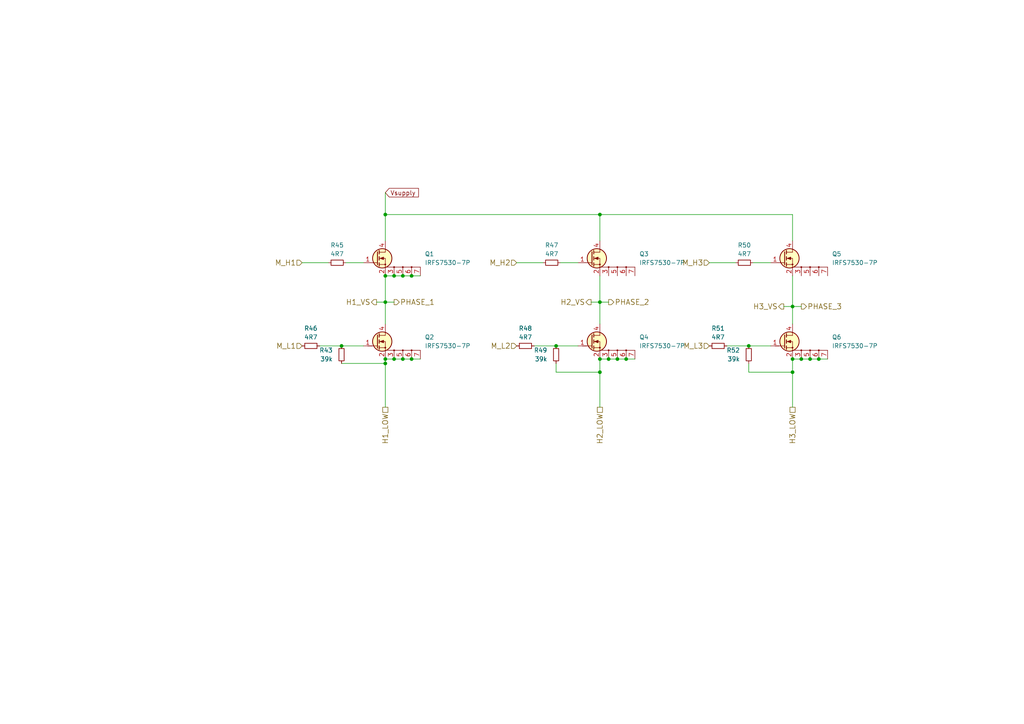
<source format=kicad_sch>
(kicad_sch (version 20231120) (generator "eeschema") (generator_version "8.0")
  (paper "A4")
  (lib_symbols
    (symbol "Device:R_Small" (pin_numbers hide) (pin_names (offset 0.254) hide)
      (property "Reference" "R" (at 0.762 0.508 0))
      (property "Value" "R_Small" (at 0.762 -1.016 0))
      (symbol "R_Small_0_1"
        (rectangle (start -0.762 1.778) (end 0.762 -1.778) (stroke (width 0.2032)))
      )
      (symbol "R_Small_1_1"
        (pin passive line (at 0 2.54 270) (length 0.762) (name "~") (number "1"))
        (pin passive line (at 0 -2.54 90) (length 0.762) (name "~") (number "2"))
      )
    )
    (symbol "PCM_Transistor_MOSFET_AKL:IRFS7530-7P" (pin_names hide)
      (property "Reference" "Q" (at 5.08 1.27 0))
      (property "Value" "IRFS7530-7P" (at 5.08 -1.27 0))
      (symbol "IRFS7530-7P_0_1"
        (polyline (pts (xy 0.254 -1.27) (xy -2.54 -1.27)))
        (polyline (pts (xy 0.254 1.905) (xy 0.254 -1.905)) (stroke (width 0.254)))
        (polyline (pts (xy 0.762 -1.778) (xy 2.54 -1.778)))
        (polyline (pts (xy 0.762 -1.27) (xy 0.762 -2.286)) (stroke (width 0.254)))
        (polyline (pts (xy 0.762 0.508) (xy 0.762 -0.508)) (stroke (width 0.254)))
        (polyline (pts (xy 0.762 2.286) (xy 0.762 1.27)) (stroke (width 0.254)))
        (polyline (pts (xy 2.54 1.778) (xy 0.762 1.778)))
        (polyline (pts (xy 2.54 2.54) (xy 2.54 1.778)))
        (polyline (pts (xy 7.62 -2.54) (xy 2.54 -2.54)))
        (polyline (pts (xy 12.7 -2.54) (xy 7.62 -2.54)) (stroke (width 0.1524)))
        (polyline (pts (xy 2.54 -2.54) (xy 2.54 0) (xy 0.762 0)))
        (polyline (pts (xy 1.016 0) (xy 2.032 0.381) (xy 2.032 -0.381) (xy 1.016 0)) (fill (type outline)))
        (circle (center 1.651 0) (radius 2.794) (stroke (width 0.254)) (fill (type background)))
        (circle (center 2.54 -1.778) (radius 0.1778) (fill (type outline)))
      )
      (symbol "IRFS7530-7P_1_1"
        (circle (center 5.08 -2.54) (radius 0.1778) (fill (type outline)))
        (circle (center 7.62 -2.54) (radius 0.1778) (fill (type outline)))
        (circle (center 10.16 -2.54) (radius 0.1778) (fill (type outline)))
        (pin input line (at -3.81 -1.27 0) (length 2.54) (name "G") (number "1"))
        (pin passive line (at 2.54 -5.08 90) (length 2.54) (name "S") (number "2"))
        (pin passive line (at 5.08 -5.08 90) (length 2.54) (name "S") (number "3"))
        (pin passive line (at 2.54 5.08 270) (length 2.54) (name "D") (number "4"))
        (pin passive line (at 7.62 -5.08 90) (length 2.54) (name "S") (number "5"))
        (pin passive line (at 10.16 -5.08 90) (length 2.54) (name "S") (number "6"))
        (pin passive line (at 12.7 -5.08 90) (length 2.54) (name "S") (number "7"))
      )
    )
  )
  (junction (at 114.3 104.14))
  (junction (at 119.38 104.14))
  (junction (at 232.41 104.14))
  (junction (at 173.99 87.63))
  (junction (at 217.17 100.33))
  (junction (at 237.49 104.14))
  (junction (at 229.87 107.95))
  (junction (at 99.06 100.33))
  (junction (at 111.76 105.41))
  (junction (at 179.07 104.14))
  (junction (at 111.76 104.14))
  (junction (at 114.3 80.01))
  (junction (at 234.95 104.14))
  (junction (at 173.99 107.95))
  (junction (at 119.38 80.01))
  (junction (at 111.76 87.63))
  (junction (at 173.99 62.23))
  (junction (at 173.99 104.14))
  (junction (at 181.61 104.14))
  (junction (at 161.29 100.33))
  (junction (at 229.87 104.14))
  (junction (at 229.87 88.9))
  (junction (at 111.76 62.23))
  (junction (at 176.53 104.14))
  (junction (at 111.76 80.01))
  (junction (at 116.84 80.01))
  (junction (at 116.84 104.14))
  (wire (pts (xy 161.29 107.95) (xy 173.99 107.95)))
  (wire (pts (xy 119.38 80.01) (xy 121.92 80.01)))
  (wire (pts (xy 173.99 104.14) (xy 176.53 104.14)))
  (wire (pts (xy 176.53 104.14) (xy 179.07 104.14)))
  (wire (pts (xy 157.48 76.2) (xy 149.86 76.2)))
  (wire (pts (xy 161.29 105.41) (xy 161.29 107.95)))
  (wire (pts (xy 229.87 88.9) (xy 229.87 93.98)))
  (wire (pts (xy 92.71 100.33) (xy 99.06 100.33)))
  (wire (pts (xy 173.99 104.14) (xy 173.99 107.95)))
  (wire (pts (xy 111.76 55.88) (xy 111.76 62.23)))
  (wire (pts (xy 114.3 104.14) (xy 116.84 104.14)))
  (wire (pts (xy 229.87 69.85) (xy 229.87 62.23)))
  (wire (pts (xy 173.99 80.01) (xy 173.99 87.63)))
  (wire (pts (xy 116.84 104.14) (xy 119.38 104.14)))
  (wire (pts (xy 179.07 104.14) (xy 181.61 104.14)))
  (wire (pts (xy 217.17 105.41) (xy 217.17 107.95)))
  (wire (pts (xy 114.3 80.01) (xy 116.84 80.01)))
  (wire (pts (xy 111.76 62.23) (xy 111.76 69.85)))
  (wire (pts (xy 229.87 62.23) (xy 173.99 62.23)))
  (wire (pts (xy 237.49 104.14) (xy 240.03 104.14)))
  (wire (pts (xy 229.87 80.01) (xy 229.87 88.9)))
  (wire (pts (xy 119.38 104.14) (xy 121.92 104.14)))
  (wire (pts (xy 181.61 104.14) (xy 184.15 104.14)))
  (wire (pts (xy 161.29 100.33) (xy 167.64 100.33)))
  (wire (pts (xy 111.76 105.41) (xy 111.76 118.11)))
  (wire (pts (xy 232.41 88.9) (xy 229.87 88.9)))
  (wire (pts (xy 99.06 100.33) (xy 105.41 100.33)))
  (wire (pts (xy 100.33 76.2) (xy 105.41 76.2)))
  (wire (pts (xy 227.33 88.9) (xy 229.87 88.9)))
  (wire (pts (xy 95.25 76.2) (xy 87.63 76.2)))
  (wire (pts (xy 111.76 104.14) (xy 111.76 105.41)))
  (wire (pts (xy 116.84 80.01) (xy 119.38 80.01)))
  (wire (pts (xy 234.95 104.14) (xy 237.49 104.14)))
  (wire (pts (xy 99.06 105.41) (xy 111.76 105.41)))
  (wire (pts (xy 218.44 76.2) (xy 223.52 76.2)))
  (wire (pts (xy 111.76 80.01) (xy 111.76 87.63)))
  (wire (pts (xy 217.17 107.95) (xy 229.87 107.95)))
  (wire (pts (xy 213.36 76.2) (xy 205.74 76.2)))
  (wire (pts (xy 173.99 62.23) (xy 111.76 62.23)))
  (wire (pts (xy 229.87 107.95) (xy 229.87 118.11)))
  (wire (pts (xy 210.82 100.33) (xy 217.17 100.33)))
  (wire (pts (xy 162.56 76.2) (xy 167.64 76.2)))
  (wire (pts (xy 111.76 87.63) (xy 114.3 87.63)))
  (wire (pts (xy 217.17 100.33) (xy 223.52 100.33)))
  (wire (pts (xy 111.76 80.01) (xy 114.3 80.01)))
  (wire (pts (xy 173.99 62.23) (xy 173.99 69.85)))
  (wire (pts (xy 232.41 104.14) (xy 234.95 104.14)))
  (wire (pts (xy 229.87 104.14) (xy 229.87 107.95)))
  (wire (pts (xy 111.76 87.63) (xy 111.76 93.98)))
  (wire (pts (xy 111.76 104.14) (xy 114.3 104.14)))
  (wire (pts (xy 171.45 87.63) (xy 173.99 87.63)))
  (wire (pts (xy 173.99 87.63) (xy 173.99 93.98)))
  (wire (pts (xy 109.22 87.63) (xy 111.76 87.63)))
  (wire (pts (xy 173.99 107.95) (xy 173.99 118.11)))
  (wire (pts (xy 173.99 87.63) (xy 176.53 87.63)))
  (wire (pts (xy 154.94 100.33) (xy 161.29 100.33)))
  (wire (pts (xy 229.87 104.14) (xy 232.41 104.14)))
  (global_label "Vsupply" (shape input) (at 111.76 55.88 0) (property "Intersheetrefs" "${INTERSHEET_REFS}" (effects (hide yes))))
  (hierarchical_label "M_H3" (shape input) (at 205.74 76.2 180) (effects (font (size 1.524 1.524))))
  (hierarchical_label "H1_LOW" (shape passive) (at 111.76 118.11 270) (effects (font (size 1.524 1.524))))
  (hierarchical_label "H1_VS" (shape output) (at 109.22 87.63 180) (effects (font (size 1.524 1.524))))
  (hierarchical_label "H2_LOW" (shape passive) (at 173.99 118.11 270) (effects (font (size 1.524 1.524))))
  (hierarchical_label "M_L3" (shape input) (at 205.74 100.33 180) (effects (font (size 1.524 1.524))))
  (hierarchical_label "H2_VS" (shape output) (at 171.45 87.63 180) (effects (font (size 1.524 1.524))))
  (hierarchical_label "M_L2" (shape input) (at 149.86 100.33 180) (effects (font (size 1.524 1.524))))
  (hierarchical_label "PHASE_2" (shape output) (at 176.53 87.63 0) (effects (font (size 1.524 1.524))))
  (hierarchical_label "M_H1" (shape input) (at 87.63 76.2 180) (effects (font (size 1.524 1.524))))
  (hierarchical_label "H3_LOW" (shape passive) (at 229.87 118.11 270) (effects (font (size 1.524 1.524))))
  (hierarchical_label "M_L1" (shape input) (at 87.63 100.33 180) (effects (font (size 1.524 1.524))))
  (hierarchical_label "M_H2" (shape input) (at 149.86 76.2 180) (effects (font (size 1.524 1.524))))
  (hierarchical_label "H3_VS" (shape output) (at 227.33 88.9 180) (effects (font (size 1.524 1.524))))
  (hierarchical_label "PHASE_1" (shape output) (at 114.3 87.63 0) (effects (font (size 1.524 1.524))))
  (hierarchical_label "PHASE_3" (shape output) (at 232.41 88.9 0) (effects (font (size 1.524 1.524))))
  (symbol (lib_id "Device:R_Small") (at 99.06 102.87 0) (mirror y) (unit 1)
    (property "Reference" "R43" (at 96.52 101.6 0) (effects (justify left)))
    (property "Value" "39k" (at 96.52 104.14 0) (effects (justify left)))
    (property "Footprint" "Resistor_SMD:R_0603_1608Metric" (effects (hide yes)))
    (property "Description" "Resistor, small symbol" (effects (hide yes)))
  )
  (symbol (lib_id "PCM_Transistor_MOSFET_AKL:IRFS7530-7P") (at 109.22 99.06 0) (unit 1)
    (property "Reference" "Q2" (at 123.19 97.79 0) (effects (justify left)))
    (property "Value" "IRFS7530-7P" (at 123.19 100.33 0) (effects (justify left)))
    (property "Footprint" "PCM_Package_TO_SOT_SMD_AKL:TO-263-6" (effects (hide yes)))
    (property "Datasheet" "https://www.tme.eu/Document/1398c66565023654848a420cf3502c58/irfs7530-7ppbf.pdf" (effects (hide yes)))
    (property "Description" "TO-263-6 N-MOSFET enchancement mode transistor, 60V, 240A, 375W, Alternate KiCAD Library" (effects (hide yes)))
  )
  (symbol (lib_id "Device:R_Small") (at 208.28 100.33 90) (unit 1)
    (property "Reference" "R51" (at 208.28 95.25 90))
    (property "Value" "4R7" (at 208.28 97.79 90))
    (property "Footprint" "Resistor_SMD:R_0603_1608Metric" (effects (hide yes)))
    (property "Description" "Resistor, small symbol" (effects (hide yes)))
  )
  (symbol (lib_id "PCM_Transistor_MOSFET_AKL:IRFS7530-7P") (at 227.33 99.06 0) (unit 1)
    (property "Reference" "Q6" (at 241.3 97.79 0) (effects (justify left)))
    (property "Value" "IRFS7530-7P" (at 241.3 100.33 0) (effects (justify left)))
    (property "Footprint" "PCM_Package_TO_SOT_SMD_AKL:TO-263-6" (effects (hide yes)))
    (property "Datasheet" "https://www.tme.eu/Document/1398c66565023654848a420cf3502c58/irfs7530-7ppbf.pdf" (effects (hide yes)))
    (property "Description" "TO-263-6 N-MOSFET enchancement mode transistor, 60V, 240A, 375W, Alternate KiCAD Library" (effects (hide yes)))
  )
  (symbol (lib_id "PCM_Transistor_MOSFET_AKL:IRFS7530-7P") (at 171.45 74.93 0) (unit 1)
    (property "Reference" "Q3" (at 185.42 73.66 0) (effects (justify left)))
    (property "Value" "IRFS7530-7P" (at 185.42 76.2 0) (effects (justify left)))
    (property "Footprint" "PCM_Package_TO_SOT_SMD_AKL:TO-263-6" (effects (hide yes)))
    (property "Datasheet" "https://www.tme.eu/Document/1398c66565023654848a420cf3502c58/irfs7530-7ppbf.pdf" (effects (hide yes)))
    (property "Description" "TO-263-6 N-MOSFET enchancement mode transistor, 60V, 240A, 375W, Alternate KiCAD Library" (effects (hide yes)))
  )
  (symbol (lib_id "Device:R_Small") (at 161.29 102.87 0) (mirror y) (unit 1)
    (property "Reference" "R49" (at 158.75 101.6 0) (effects (justify left)))
    (property "Value" "39k" (at 158.75 104.14 0) (effects (justify left)))
    (property "Footprint" "Resistor_SMD:R_0603_1608Metric" (effects (hide yes)))
    (property "Description" "Resistor, small symbol" (effects (hide yes)))
  )
  (symbol (lib_id "PCM_Transistor_MOSFET_AKL:IRFS7530-7P") (at 109.22 74.93 0) (unit 1)
    (property "Reference" "Q1" (at 123.19 73.66 0) (effects (justify left)))
    (property "Value" "IRFS7530-7P" (at 123.19 76.2 0) (effects (justify left)))
    (property "Footprint" "PCM_Package_TO_SOT_SMD_AKL:TO-263-6" (effects (hide yes)))
    (property "Datasheet" "https://www.tme.eu/Document/1398c66565023654848a420cf3502c58/irfs7530-7ppbf.pdf" (effects (hide yes)))
    (property "Description" "TO-263-6 N-MOSFET enchancement mode transistor, 60V, 240A, 375W, Alternate KiCAD Library" (effects (hide yes)))
  )
  (symbol (lib_id "Device:R_Small") (at 97.79 76.2 90) (unit 1)
    (property "Reference" "R45" (at 97.79 71.12 90))
    (property "Value" "4R7" (at 97.79 73.66 90))
    (property "Footprint" "Resistor_SMD:R_0603_1608Metric" (effects (hide yes)))
    (property "Description" "Resistor, small symbol" (effects (hide yes)))
  )
  (symbol (lib_id "Device:R_Small") (at 90.17 100.33 90) (unit 1)
    (property "Reference" "R46" (at 90.17 95.25 90))
    (property "Value" "4R7" (at 90.17 97.79 90))
    (property "Footprint" "Resistor_SMD:R_0603_1608Metric" (effects (hide yes)))
    (property "Description" "Resistor, small symbol" (effects (hide yes)))
  )
  (symbol (lib_id "PCM_Transistor_MOSFET_AKL:IRFS7530-7P") (at 227.33 74.93 0) (unit 1)
    (property "Reference" "Q5" (at 241.3 73.66 0) (effects (justify left)))
    (property "Value" "IRFS7530-7P" (at 241.3 76.2 0) (effects (justify left)))
    (property "Footprint" "PCM_Package_TO_SOT_SMD_AKL:TO-263-6" (effects (hide yes)))
    (property "Datasheet" "https://www.tme.eu/Document/1398c66565023654848a420cf3502c58/irfs7530-7ppbf.pdf" (effects (hide yes)))
    (property "Description" "TO-263-6 N-MOSFET enchancement mode transistor, 60V, 240A, 375W, Alternate KiCAD Library" (effects (hide yes)))
  )
  (symbol (lib_id "Device:R_Small") (at 160.02 76.2 90) (unit 1)
    (property "Reference" "R47" (at 160.02 71.12 90))
    (property "Value" "4R7" (at 160.02 73.66 90))
    (property "Footprint" "Resistor_SMD:R_0603_1608Metric" (effects (hide yes)))
    (property "Description" "Resistor, small symbol" (effects (hide yes)))
  )
  (symbol (lib_id "Device:R_Small") (at 215.9 76.2 90) (unit 1)
    (property "Reference" "R50" (at 215.9 71.12 90))
    (property "Value" "4R7" (at 215.9 73.66 90))
    (property "Footprint" "Resistor_SMD:R_0603_1608Metric" (effects (hide yes)))
    (property "Description" "Resistor, small symbol" (effects (hide yes)))
  )
  (symbol (lib_id "Device:R_Small") (at 152.4 100.33 90) (unit 1)
    (property "Reference" "R48" (at 152.4 95.25 90))
    (property "Value" "4R7" (at 152.4 97.79 90))
    (property "Footprint" "Resistor_SMD:R_0603_1608Metric" (effects (hide yes)))
    (property "Description" "Resistor, small symbol" (effects (hide yes)))
  )
  (symbol (lib_id "PCM_Transistor_MOSFET_AKL:IRFS7530-7P") (at 171.45 99.06 0) (unit 1)
    (property "Reference" "Q4" (at 185.42 97.79 0) (effects (justify left)))
    (property "Value" "IRFS7530-7P" (at 185.42 100.33 0) (effects (justify left)))
    (property "Footprint" "PCM_Package_TO_SOT_SMD_AKL:TO-263-6" (effects (hide yes)))
    (property "Datasheet" "https://www.tme.eu/Document/1398c66565023654848a420cf3502c58/irfs7530-7ppbf.pdf" (effects (hide yes)))
    (property "Description" "TO-263-6 N-MOSFET enchancement mode transistor, 60V, 240A, 375W, Alternate KiCAD Library" (effects (hide yes)))
  )
  (symbol (lib_id "Device:R_Small") (at 217.17 102.87 0) (mirror y) (unit 1)
    (property "Reference" "R52" (at 214.63 101.6 0) (effects (justify left)))
    (property "Value" "39k" (at 214.63 104.14 0) (effects (justify left)))
    (property "Footprint" "Resistor_SMD:R_0603_1608Metric" (effects (hide yes)))
    (property "Description" "Resistor, small symbol" (effects (hide yes)))
  )
)
</source>
